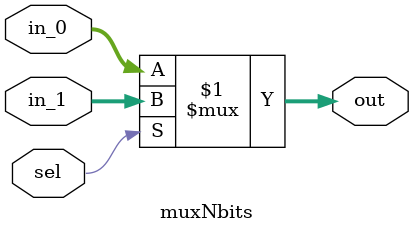
<source format=v>
module muxNbits
#(parameter N=5)(
    input [N-1:0] in_0, in_1,
    input sel,
    output [N-1:0] out
);
assign out = sel ? in_1 : in_0;
endmodule

</source>
